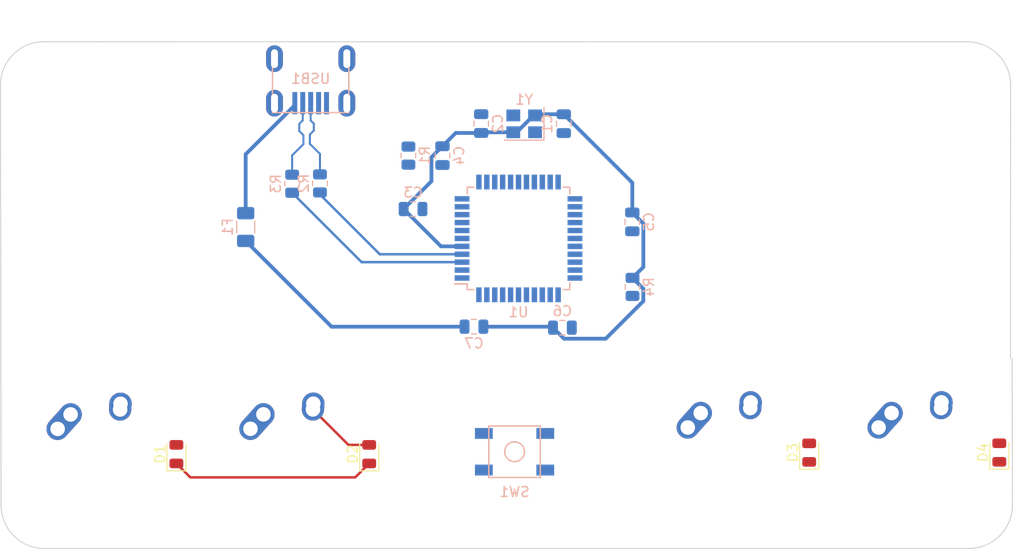
<source format=kicad_pcb>
(kicad_pcb (version 20221018) (generator pcbnew)
  (layers (0 "F.Cu" signal) (31 "B.Cu" signal) (34 "B.Paste" user) (35 "F.Paste" user) (36 "B.SilkS" user "B.Silkscreen") (37 "F.SilkS" user "F.Silkscreen") (38 "B.Mask" user) (39 "F.Mask" user) (44 "Edge.Cuts" user))
  (net 0 "")
  (net 1 "GND")
  (net 2 "Net-(U1-XTAL1)")
  (net 3 "Net-(U1-XTAL2)")
  (net 4 "Net-(U1-UCAP)")
  (net 5 "+5V")
  (net 6 "ROW0")
  (net 7 "Net-(D1-A)")
  (net 8 "Net-(D2-A)")
  (net 9 "ROW1")
  (net 10 "Net-(D3-A)")
  (net 11 "Net-(D4-A)")
  (net 12 "VCC")
  (net 13 "COL0")
  (net 14 "COL1")
  (net 15 "Net-(U1-~{RESET})")
  (net 16 "D+")
  (net 17 "Net-(U1-D+)")
  (net 18 "D-")
  (net 19 "Net-(U1-D-)")
  (net 20 "Net-(U1-~{HWB}{slash}PE2)")
  (net 27 "Net-(U1-GND-Pad15)")
  (net 33 "Net-(U1-AVCC-Pad24)")
  (footprint "MX_Alps_Hybrid:MX-1U-NoLED" (layer "F.Cu") (at 183.68 113.01)
    (fp_text reference "MX4")
    (fp_text value "MX-NoLED")
    (pad "" np_thru_hole circle (at -5.08 0 48.0996) (size 1.75 1.75) (drill 1.75) (layers "*.Cu" "*.Mask"))
    (pad "" np_thru_hole circle (at 0 0) (size 3.9878 3.9878) (drill 3.9878) (layers "*.Cu" "*.Mask"))
    (pad "" np_thru_hole circle (at 5.08 0 48.0996) (size 1.75 1.75) (drill 1.75) (layers "*.Cu" "*.Mask"))
    (pad "1" thru_hole oval (at -3.81 -2.54 48.0996) (size 4.211556 2.25) (drill 1.47 (offset 0.980778 0)) (layers "*.Cu" "B.Mask") (net 14 "COL1"))
    (pad "1" thru_hole circle (at -2.5 -4) (size 2.25 2.25) (drill 1.47) (layers "*.Cu" "B.Mask") (net 14 "COL1"))
    (pad "2" thru_hole oval (at 2.5 -4.5 86.0548) (size 2.831378 2.25) (drill 1.47 (offset 0.290689 0)) (layers "*.Cu" "B.Mask") (net 11 "Net-(D4-A)"))
    (pad "2" thru_hole circle (at 2.54 -5.08) (size 2.25 2.25) (drill 1.47) (layers "*.Cu" "B.Mask") (net 11 "Net-(D4-A)"))
  )
  (footprint "MX_Alps_Hybrid:MX-1U-NoLED" (layer "F.Cu") (at 120.25 113.1425)
    (fp_text reference "MX2")
    (fp_text value "MX-NoLED")
    (pad "" np_thru_hole circle (at -5.08 0 48.0996) (size 1.75 1.75) (drill 1.75) (layers "*.Cu" "*.Mask"))
    (pad "" np_thru_hole circle (at 0 0) (size 3.9878 3.9878) (drill 3.9878) (layers "*.Cu" "*.Mask"))
    (pad "" np_thru_hole circle (at 5.08 0 48.0996) (size 1.75 1.75) (drill 1.75) (layers "*.Cu" "*.Mask"))
    (pad "1" thru_hole oval (at -3.81 -2.54 48.0996) (size 4.211556 2.25) (drill 1.47 (offset 0.980778 0)) (layers "*.Cu" "B.Mask") (net 14 "COL1"))
    (pad "1" thru_hole circle (at -2.5 -4) (size 2.25 2.25) (drill 1.47) (layers "*.Cu" "B.Mask") (net 14 "COL1"))
    (pad "2" thru_hole oval (at 2.5 -4.5 86.0548) (size 2.831378 2.25) (drill 1.47 (offset 0.290689 0)) (layers "*.Cu" "B.Mask") (net 8 "Net-(D2-A)"))
    (pad "2" thru_hole circle (at 2.54 -5.08) (size 2.25 2.25) (drill 1.47) (layers "*.Cu" "B.Mask") (net 8 "Net-(D2-A)"))
  )
  (footprint "Diode_SMD:D_0805_2012Metric" (layer "F.Cu") (at 192.05875 112.99875 90)
    (fp_text reference "D4" (at 0 -1.65 90) (layer "F.SilkS"))
    (fp_text value "SOD-123")
    (fp_line (start -1.685 -0.96) (end -1.685 0.96) (stroke (width 0.12)) (layer "F.SilkS"))
    (fp_line (start -1.685 0.96) (end 1 0.96) (stroke (width 0.12)) (layer "F.SilkS"))
    (fp_line (start 1 -0.96) (end -1.685 -0.96) (stroke (width 0.12)) (layer "F.SilkS"))
    (pad "1" smd roundrect (at -0.9375 0 90) (size 0.975 1.4) (layers "F.Cu" "F.Paste" "F.Mask") (net 9 "ROW1"))
    (pad "2" smd roundrect (at 0.9375 0 90) (size 0.975 1.4) (layers "F.Cu" "F.Paste" "F.Mask") (net 11 "Net-(D4-A)"))
  )
  (footprint "MX_Alps_Hybrid:MX-1U-NoLED" (layer "F.Cu") (at 164.41 113.01)
    (fp_text reference "MX3")
    (fp_text value "MX-NoLED")
    (pad "" np_thru_hole circle (at -5.08 0 48.0996) (size 1.75 1.75) (drill 1.75) (layers "*.Cu" "*.Mask"))
    (pad "" np_thru_hole circle (at 0 0) (size 3.9878 3.9878) (drill 3.9878) (layers "*.Cu" "*.Mask"))
    (pad "" np_thru_hole circle (at 5.08 0 48.0996) (size 1.75 1.75) (drill 1.75) (layers "*.Cu" "*.Mask"))
    (pad "1" thru_hole oval (at -3.81 -2.54 48.0996) (size 4.211556 2.25) (drill 1.47 (offset 0.980778 0)) (layers "*.Cu" "B.Mask") (net 13 "COL0"))
    (pad "1" thru_hole circle (at -2.5 -4) (size 2.25 2.25) (drill 1.47) (layers "*.Cu" "B.Mask") (net 13 "COL0"))
    (pad "2" thru_hole oval (at 2.5 -4.5 86.0548) (size 2.831378 2.25) (drill 1.47 (offset 0.290689 0)) (layers "*.Cu" "B.Mask") (net 10 "Net-(D3-A)"))
    (pad "2" thru_hole circle (at 2.54 -5.08) (size 2.25 2.25) (drill 1.47) (layers "*.Cu" "B.Mask") (net 10 "Net-(D3-A)"))
  )
  (footprint "Diode_SMD:D_0805_2012Metric" (layer "F.Cu") (at 172.86125 113.00875 90)
    (fp_text reference "D3" (at 0 -1.65 90) (layer "F.SilkS"))
    (fp_text value "SOD-123")
    (fp_line (start -1.685 -0.96) (end -1.685 0.96) (stroke (width 0.12)) (layer "F.SilkS"))
    (fp_line (start -1.685 0.96) (end 1 0.96) (stroke (width 0.12)) (layer "F.SilkS"))
    (fp_line (start 1 -0.96) (end -1.685 -0.96) (stroke (width 0.12)) (layer "F.SilkS"))
    (pad "1" smd roundrect (at -0.9375 0 90) (size 0.975 1.4) (layers "F.Cu" "F.Paste" "F.Mask") (net 9 "ROW1"))
    (pad "2" smd roundrect (at 0.9375 0 90) (size 0.975 1.4) (layers "F.Cu" "F.Paste" "F.Mask") (net 10 "Net-(D3-A)"))
  )
  (footprint "MX_Alps_Hybrid:MX-1U-NoLED" (layer "F.Cu") (at 100.78 113.15)
    (fp_text reference "MX1")
    (fp_text value "MX-NoLED")
    (pad "" np_thru_hole circle (at -5.08 0 48.0996) (size 1.75 1.75) (drill 1.75) (layers "*.Cu" "*.Mask"))
    (pad "" np_thru_hole circle (at 0 0) (size 3.9878 3.9878) (drill 3.9878) (layers "*.Cu" "*.Mask"))
    (pad "" np_thru_hole circle (at 5.08 0 48.0996) (size 1.75 1.75) (drill 1.75) (layers "*.Cu" "*.Mask"))
    (pad "1" thru_hole oval (at -3.81 -2.54 48.0996) (size 4.211556 2.25) (drill 1.47 (offset 0.980778 0)) (layers "*.Cu" "B.Mask") (net 13 "COL0"))
    (pad "1" thru_hole circle (at -2.5 -4) (size 2.25 2.25) (drill 1.47) (layers "*.Cu" "B.Mask") (net 13 "COL0"))
    (pad "2" thru_hole oval (at 2.5 -4.5 86.0548) (size 2.831378 2.25) (drill 1.47 (offset 0.290689 0)) (layers "*.Cu" "B.Mask") (net 7 "Net-(D1-A)"))
    (pad "2" thru_hole circle (at 2.54 -5.08) (size 2.25 2.25) (drill 1.47) (layers "*.Cu" "B.Mask") (net 7 "Net-(D1-A)"))
  )
  (footprint "Diode_SMD:D_0805_2012Metric" (layer "F.Cu") (at 108.96 113.1625 90)
    (fp_text reference "D1" (at 0 -1.65 90) (layer "F.SilkS"))
    (fp_text value "SOD-123")
    (fp_line (start -1.685 -0.96) (end -1.685 0.96) (stroke (width 0.12)) (layer "F.SilkS"))
    (fp_line (start -1.685 0.96) (end 1 0.96) (stroke (width 0.12)) (layer "F.SilkS"))
    (fp_line (start 1 -0.96) (end -1.685 -0.96) (stroke (width 0.12)) (layer "F.SilkS"))
    (pad "1" smd roundrect (at -0.9375 0 90) (size 0.975 1.4) (layers "F.Cu" "F.Paste" "F.Mask") (net 6 "ROW0"))
    (pad "2" smd roundrect (at 0.9375 0 90) (size 0.975 1.4) (layers "F.Cu" "F.Paste" "F.Mask") (net 7 "Net-(D1-A)"))
  )
  (footprint "Diode_SMD:D_0805_2012Metric" (layer "F.Cu") (at 128.43 113.165 90)
    (fp_text reference "D2" (at 0 -1.65 90) (layer "F.SilkS"))
    (fp_text value "SOD-123")
    (fp_line (start -1.685 -0.96) (end -1.685 0.96) (stroke (width 0.12)) (layer "F.SilkS"))
    (fp_line (start -1.685 0.96) (end 1 0.96) (stroke (width 0.12)) (layer "F.SilkS"))
    (fp_line (start 1 -0.96) (end -1.685 -0.96) (stroke (width 0.12)) (layer "F.SilkS"))
    (pad "1" smd roundrect (at -0.9375 0 90) (size 0.975 1.4) (layers "F.Cu" "F.Paste" "F.Mask") (net 6 "ROW0"))
    (pad "2" smd roundrect (at 0.9375 0 90) (size 0.975 1.4) (layers "F.Cu" "F.Paste" "F.Mask") (net 8 "Net-(D2-A)"))
  )
  (footprint "Resistor_SMD:R_0805_2012Metric" (layer "B.Cu") (at 155.02 96.2575 90)
    (fp_text reference "R4" (at 0 1.65 90) (layer "B.SilkS") (effects (justify mirror)))
    (fp_text value "10k")
    (fp_line (start -0.227064 -0.735) (end 0.227064 -0.735) (stroke (width 0.12)) (layer "B.SilkS"))
    (fp_line (start -0.227064 0.735) (end 0.227064 0.735) (stroke (width 0.12)) (layer "B.SilkS"))
    (pad "1" smd roundrect (at -0.9125 0 90) (size 1.025 1.4) (layers "B.Cu" "B.Paste" "B.Mask") (roundrect_rratio 0.243902) (net 20 "Net-(U1-~{HWB}{slash}PE2)"))
    (pad "2" smd roundrect (at 0.9125 0 90) (size 1.025 1.4) (layers "B.Cu" "B.Paste" "B.Mask") (roundrect_rratio 0.243902) (net 1 "GND"))
  )
  (footprint "random-keyboard-parts:SKQG-1155865" (layer "B.Cu") (at 143.11 112.92 180)
    (fp_text reference "SW1" (at 0 -4.064) (layer "B.SilkS") (effects (justify mirror)))
    (fp_text value "SW_Push")
    (fp_line (start -2.6 -2.6) (end -2.6 2.6) (stroke (width 0.15)) (layer "B.SilkS"))
    (fp_line (start -2.6 2.6) (end 2.6 2.6) (stroke (width 0.15)) (layer "B.SilkS"))
    (fp_line (start 2.6 -2.6) (end -2.6 -2.6) (stroke (width 0.15)) (layer "B.SilkS"))
    (fp_line (start 2.6 2.6) (end 2.6 -2.6) (stroke (width 0.15)) (layer "B.SilkS"))
    (fp_circle (center 0 0) (end 1 0) (stroke (width 0.15)) (fill none) (layer "B.SilkS"))
    (pad "1" smd rect (at 3.1 -1.85 180) (size 1.8 1.1) (layers "B.Cu" "B.Paste" "B.Mask") (net 1 "GND"))
    (pad "2" smd rect (at -3.1 1.85 180) (size 1.8 1.1) (layers "B.Cu" "B.Paste" "B.Mask") (net 15 "Net-(U1-~{RESET})"))
    (pad "3" smd rect (at 3.1 1.85 180) (size 1.8 1.1) (layers "B.Cu" "B.Paste" "B.Mask"))
    (pad "4" smd rect (at -3.1 -1.85 180) (size 1.8 1.1) (layers "B.Cu" "B.Paste" "B.Mask"))
  )
  (footprint "Resistor_SMD:R_0805_2012Metric" (layer "B.Cu") (at 132.39 82.99 90)
    (fp_text reference "R1" (at 0 1.65 90) (layer "B.SilkS") (effects (justify mirror)))
    (fp_text value "10k")
    (fp_line (start -0.227064 -0.735) (end 0.227064 -0.735) (stroke (width 0.12)) (layer "B.SilkS"))
    (fp_line (start -0.227064 0.735) (end 0.227064 0.735) (stroke (width 0.12)) (layer "B.SilkS"))
    (pad "1" smd roundrect (at -0.9125 0 90) (size 1.025 1.4) (layers "B.Cu" "B.Paste" "B.Mask") (roundrect_rratio 0.243902) (net 5 "+5V"))
    (pad "2" smd roundrect (at 0.9125 0 90) (size 1.025 1.4) (layers "B.Cu" "B.Paste" "B.Mask") (roundrect_rratio 0.243902) (net 15 "Net-(U1-~{RESET})"))
  )
  (footprint "Capacitor_SMD:C_0805_2012Metric" (layer "B.Cu") (at 132.86 88.39 180)
    (fp_text reference "C3" (at 0 1.68) (layer "B.SilkS") (effects (justify mirror)))
    (fp_text value "1uF")
    (fp_line (start -0.261252 -0.735) (end 0.261252 -0.735) (stroke (width 0.12)) (layer "B.SilkS"))
    (fp_line (start -0.261252 0.735) (end 0.261252 0.735) (stroke (width 0.12)) (layer "B.SilkS"))
    (pad "1" smd roundrect (at -0.95 0 180) (size 1 1.45) (layers "B.Cu" "B.Paste" "B.Mask") (net 4 "Net-(U1-UCAP)"))
    (pad "2" smd roundrect (at 0.95 0 180) (size 1 1.45) (layers "B.Cu" "B.Paste" "B.Mask") (net 1 "GND"))
  )
  (footprint "Package_QFP:TQFP-44_10x10mm_P0.8mm" (layer "B.Cu") (at 143.51 91.36)
    (fp_text reference "U1" (at 0 7.45) (layer "B.SilkS") (effects (justify mirror)))
    (fp_text value "ATmega32U4-A")
    (fp_line (start -5.175 -5.175) (end -5.175 -4.5) (stroke (width 0.15)) (layer "B.SilkS"))
    (fp_line (start -5.175 -5.175) (end -4.5 -5.175) (stroke (width 0.15)) (layer "B.SilkS"))
    (fp_line (start -5.175 4.6) (end -6.45 4.6) (stroke (width 0.15)) (layer "B.SilkS"))
    (fp_line (start -5.175 5.175) (end -5.175 4.6) (stroke (width 0.15)) (layer "B.SilkS"))
    (fp_line (start -5.175 5.175) (end -4.5 5.175) (stroke (width 0.15)) (layer "B.SilkS"))
    (fp_line (start 5.175 -5.175) (end 4.5 -5.175) (stroke (width 0.15)) (layer "B.SilkS"))
    (fp_line (start 5.175 -5.175) (end 5.175 -4.5) (stroke (width 0.15)) (layer "B.SilkS"))
    (fp_line (start 5.175 5.175) (end 4.5 5.175) (stroke (width 0.15)) (layer "B.SilkS"))
    (fp_line (start 5.175 5.175) (end 5.175 4.5) (stroke (width 0.15)) (layer "B.SilkS"))
    (pad "1" smd rect (at -5.7 4) (size 1.5 0.55) (layers "B.Cu" "B.Paste" "B.Mask"))
    (pad "2" smd rect (at -5.7 3.2) (size 1.5 0.55) (layers "B.Cu" "B.Paste" "B.Mask") (net 5 "+5V"))
    (pad "3" smd rect (at -5.7 2.4) (size 1.5 0.55) (layers "B.Cu" "B.Paste" "B.Mask") (net 19 "Net-(U1-D-)"))
    (pad "4" smd rect (at -5.7 1.6) (size 1.5 0.55) (layers "B.Cu" "B.Paste" "B.Mask") (net 17 "Net-(U1-D+)"))
    (pad "5" smd rect (at -5.7 0.8) (size 1.5 0.55) (layers "B.Cu" "B.Paste" "B.Mask") (net 1 "GND"))
    (pad "6" smd rect (at -5.7 0) (size 1.5 0.55) (layers "B.Cu" "B.Paste" "B.Mask") (net 4 "Net-(U1-UCAP)"))
    (pad "7" smd rect (at -5.7 -0.8) (size 1.5 0.55) (layers "B.Cu" "B.Paste" "B.Mask") (net 5 "+5V"))
    (pad "8" smd rect (at -5.7 -1.6) (size 1.5 0.55) (layers "B.Cu" "B.Paste" "B.Mask"))
    (pad "9" smd rect (at -5.7 -2.4) (size 1.5 0.55) (layers "B.Cu" "B.Paste" "B.Mask"))
    (pad "10" smd rect (at -5.7 -3.2) (size 1.5 0.55) (layers "B.Cu" "B.Paste" "B.Mask"))
    (pad "11" smd rect (at -5.7 -4) (size 1.5 0.55) (layers "B.Cu" "B.Paste" "B.Mask"))
    (pad "12" smd rect (at -4 -5.7 270) (size 1.5 0.55) (layers "B.Cu" "B.Paste" "B.Mask"))
    (pad "13" smd rect (at -3.2 -5.7 270) (size 1.5 0.55) (layers "B.Cu" "B.Paste" "B.Mask") (net 15 "Net-(U1-~{RESET})"))
    (pad "14" smd rect (at -2.4 -5.7 270) (size 1.5 0.55) (layers "B.Cu" "B.Paste" "B.Mask") (net 5 "+5V"))
    (pad "15" smd rect (at -1.6 -5.7 270) (size 1.5 0.55) (layers "B.Cu" "B.Paste" "B.Mask") (net 27 "Net-(U1-GND-Pad15)"))
    (pad "16" smd rect (at -0.8 -5.7 270) (size 1.5 0.55) (layers "B.Cu" "B.Paste" "B.Mask") (net 3 "Net-(U1-XTAL2)"))
    (pad "17" smd rect (at 0 -5.7 270) (size 1.5 0.55) (layers "B.Cu" "B.Paste" "B.Mask") (net 2 "Net-(U1-XTAL1)"))
    (pad "18" smd rect (at 0.8 -5.7 270) (size 1.5 0.55) (layers "B.Cu" "B.Paste" "B.Mask"))
    (pad "19" smd rect (at 1.6 -5.7 270) (size 1.5 0.55) (layers "B.Cu" "B.Paste" "B.Mask"))
    (pad "20" smd rect (at 2.4 -5.7 270) (size 1.5 0.55) (layers "B.Cu" "B.Paste" "B.Mask"))
    (pad "21" smd rect (at 3.2 -5.7 270) (size 1.5 0.55) (layers "B.Cu" "B.Paste" "B.Mask"))
    (pad "22" smd rect (at 4 -5.7 270) (size 1.5 0.55) (layers "B.Cu" "B.Paste" "B.Mask"))
    (pad "23" smd rect (at 5.7 -4) (size 1.5 0.55) (layers "B.Cu" "B.Paste" "B.Mask") (net 27 "Net-(U1-GND-Pad15)"))
    (pad "24" smd rect (at 5.7 -3.2) (size 1.5 0.55) (layers "B.Cu" "B.Paste" "B.Mask") (net 33 "Net-(U1-AVCC-Pad24)"))
    (pad "25" smd rect (at 5.7 -2.4) (size 1.5 0.55) (layers "B.Cu" "B.Paste" "B.Mask"))
    (pad "26" smd rect (at 5.7 -1.6) (size 1.5 0.55) (layers "B.Cu" "B.Paste" "B.Mask"))
    (pad "27" smd rect (at 5.7 -0.8) (size 1.5 0.55) (layers "B.Cu" "B.Paste" "B.Mask") (net 6 "ROW0"))
    (pad "28" smd rect (at 5.7 0) (size 1.5 0.55) (layers "B.Cu" "B.Paste" "B.Mask") (net 14 "COL1"))
    (pad "29" smd rect (at 5.7 0.8) (size 1.5 0.55) (layers "B.Cu" "B.Paste" "B.Mask") (net 13 "COL0"))
    (pad "30" smd rect (at 5.7 1.6) (size 1.5 0.55) (layers "B.Cu" "B.Paste" "B.Mask") (net 9 "ROW1"))
    (pad "31" smd rect (at 5.7 2.4) (size 1.5 0.55) (layers "B.Cu" "B.Paste" "B.Mask"))
    (pad "32" smd rect (at 5.7 3.2) (size 1.5 0.55) (layers "B.Cu" "B.Paste" "B.Mask"))
    (pad "33" smd rect (at 5.7 4) (size 1.5 0.55) (layers "B.Cu" "B.Paste" "B.Mask") (net 20 "Net-(U1-~{HWB}{slash}PE2)"))
    (pad "34" smd rect (at 4 5.7 270) (size 1.5 0.55) (layers "B.Cu" "B.Paste" "B.Mask") (net 5 "+5V"))
    (pad "35" smd rect (at 3.2 5.7 270) (size 1.5 0.55) (layers "B.Cu" "B.Paste" "B.Mask") (net 27 "Net-(U1-GND-Pad15)"))
    (pad "36" smd rect (at 2.4 5.7 270) (size 1.5 0.55) (layers "B.Cu" "B.Paste" "B.Mask"))
    (pad "37" smd rect (at 1.6 5.7 270) (size 1.5 0.55) (layers "B.Cu" "B.Paste" "B.Mask"))
    (pad "38" smd rect (at 0.8 5.7 270) (size 1.5 0.55) (layers "B.Cu" "B.Paste" "B.Mask"))
    (pad "39" smd rect (at 0 5.7 270) (size 1.5 0.55) (layers "B.Cu" "B.Paste" "B.Mask"))
    (pad "40" smd rect (at -0.8 5.7 270) (size 1.5 0.55) (layers "B.Cu" "B.Paste" "B.Mask"))
    (pad "41" smd rect (at -1.6 5.7 270) (size 1.5 0.55) (layers "B.Cu" "B.Paste" "B.Mask"))
    (pad "42" smd rect (at -2.4 5.7 270) (size 1.5 0.55) (layers "B.Cu" "B.Paste" "B.Mask"))
    (pad "43" smd rect (at -3.2 5.7 270) (size 1.5 0.55) (layers "B.Cu" "B.Paste" "B.Mask") (net 27 "Net-(U1-GND-Pad15)"))
    (pad "44" smd rect (at -4 5.7 270) (size 1.5 0.55) (layers "B.Cu" "B.Paste" "B.Mask") (net 33 "Net-(U1-AVCC-Pad24)"))
  )
  (footprint "Capacitor_SMD:C_0805_2012Metric" (layer "B.Cu") (at 135.83 82.99 90)
    (fp_text reference "C4" (at 0 1.68 90) (layer "B.SilkS") (effects (justify mirror)))
    (fp_text value "0.1uF")
    (fp_line (start -0.261252 -0.735) (end 0.261252 -0.735) (stroke (width 0.12)) (layer "B.SilkS"))
    (fp_line (start -0.261252 0.735) (end 0.261252 0.735) (stroke (width 0.12)) (layer "B.SilkS"))
    (pad "1" smd roundrect (at -0.95 0 90) (size 1 1.45) (layers "B.Cu" "B.Paste" "B.Mask") (net 5 "+5V"))
    (pad "2" smd roundrect (at 0.95 0 90) (size 1 1.45) (layers "B.Cu" "B.Paste" "B.Mask") (net 1 "GND"))
  )
  (footprint "Resistor_SMD:R_0805_2012Metric" (layer "B.Cu") (at 120.65 85.83 -90)
    (fp_text reference "R3" (at 0 1.65 90) (layer "B.SilkS") (effects (justify mirror)))
    (fp_text value "22")
    (fp_line (start -0.227064 -0.735) (end 0.227064 -0.735) (stroke (width 0.12)) (layer "B.SilkS"))
    (fp_line (start -0.227064 0.735) (end 0.227064 0.735) (stroke (width 0.12)) (layer "B.SilkS"))
    (pad "1" smd roundrect (at -0.9125 0 270) (size 1.025 1.4) (layers "B.Cu" "B.Paste" "B.Mask") (roundrect_rratio 0.243902) (net 18 "D-"))
    (pad "2" smd roundrect (at 0.9125 0 270) (size 1.025 1.4) (layers "B.Cu" "B.Paste" "B.Mask") (roundrect_rratio 0.243902) (net 19 "Net-(U1-D-)"))
  )
  (footprint "Capacitor_SMD:C_0805_2012Metric" (layer "B.Cu") (at 147.94 100.38 180)
    (fp_text reference "C6" (at 0 1.68) (layer "B.SilkS") (effects (justify mirror)))
    (fp_text value "0.1uF")
    (fp_line (start -0.261252 -0.735) (end 0.261252 -0.735) (stroke (width 0.12)) (layer "B.SilkS"))
    (fp_line (start -0.261252 0.735) (end 0.261252 0.735) (stroke (width 0.12)) (layer "B.SilkS"))
    (pad "1" smd roundrect (at -0.95 0 180) (size 1 1.45) (layers "B.Cu" "B.Paste" "B.Mask") (net 5 "+5V"))
    (pad "2" smd roundrect (at 0.95 0 180) (size 1 1.45) (layers "B.Cu" "B.Paste" "B.Mask") (net 1 "GND"))
  )
  (footprint "Resistor_SMD:R_0805_2012Metric" (layer "B.Cu") (at 123.46 85.8 -90)
    (fp_text reference "R2" (at 0 1.65 90) (layer "B.SilkS") (effects (justify mirror)))
    (fp_text value "22")
    (fp_line (start -0.227064 -0.735) (end 0.227064 -0.735) (stroke (width 0.12)) (layer "B.SilkS"))
    (fp_line (start -0.227064 0.735) (end 0.227064 0.735) (stroke (width 0.12)) (layer "B.SilkS"))
    (pad "1" smd roundrect (at -0.9125 0 270) (size 1.025 1.4) (layers "B.Cu" "B.Paste" "B.Mask") (roundrect_rratio 0.243902) (net 16 "D+"))
    (pad "2" smd roundrect (at 0.9125 0 270) (size 1.025 1.4) (layers "B.Cu" "B.Paste" "B.Mask") (roundrect_rratio 0.243902) (net 17 "Net-(U1-D+)"))
  )
  (footprint "random-keyboard-parts:Molex-0548190589" (layer "B.Cu") (at 122.52 73.19 -90)
    (fp_text reference "USB1" (at 2.032 0 -360) (layer "B.SilkS") (effects (justify mirror)))
    (fp_text value "Molex-0548190589")
    (fp_line (start 0 -3.85) (end 5.45 -3.85) (stroke (width 0.15)) (layer "B.SilkS"))
    (fp_line (start 0 3.85) (end 5.45 3.85) (stroke (width 0.15)) (layer "B.SilkS"))
    (fp_line (start 5.45 3.85) (end 5.45 -3.85) (stroke (width 0.15)) (layer "B.SilkS"))
    (pad "1" smd rect (at 4.5 -1.6 270) (size 2.25 0.5) (layers "B.Cu" "B.Paste" "B.Mask") (net 1 "GND"))
    (pad "2" smd rect (at 4.5 -0.8 270) (size 2.25 0.5) (layers "B.Cu" "B.Paste" "B.Mask"))
    (pad "3" smd rect (at 4.5 0 270) (size 2.25 0.5) (layers "B.Cu" "B.Paste" "B.Mask") (net 16 "D+"))
    (pad "4" smd rect (at 4.5 0.8 270) (size 2.25 0.5) (layers "B.Cu" "B.Paste" "B.Mask") (net 18 "D-"))
    (pad "5" smd rect (at 4.5 1.6 270) (size 2.25 0.5) (layers "B.Cu" "B.Paste" "B.Mask") (net 12 "VCC"))
    (pad "6" thru_hole oval (at 0 -3.65 270) (size 2.7 1.7) (drill oval 1.9 0.7) (layers "*.Cu" "*.Mask"))
    (pad "6" thru_hole oval (at 0 3.65 270) (size 2.7 1.7) (drill oval 1.9 0.7) (layers "*.Cu" "*.Mask"))
    (pad "6" thru_hole oval (at 4.5 -3.65 270) (size 2.7 1.7) (drill oval 1.9 0.7) (layers "*.Cu" "*.Mask"))
    (pad "6" thru_hole oval (at 4.5 3.65 270) (size 2.7 1.7) (drill oval 1.9 0.7) (layers "*.Cu" "*.Mask"))
  )
  (footprint "Fuse:Fuse_1206_3216Metric" (layer "B.Cu") (at 115.96 90.21 -90)
    (fp_text reference "F1" (at 0 1.82 90) (layer "B.SilkS") (effects (justify mirror)))
    (fp_text value "500mA")
    (fp_line (start -0.602064 -0.91) (end 0.602064 -0.91) (stroke (width 0.12)) (layer "B.SilkS"))
    (fp_line (start -0.602064 0.91) (end 0.602064 0.91) (stroke (width 0.12)) (layer "B.SilkS"))
    (pad "1" smd roundrect (at -1.4 0 270) (size 1.25 1.75) (layers "B.Cu" "B.Paste" "B.Mask") (roundrect_rratio 0.2) (net 12 "VCC"))
    (pad "2" smd roundrect (at 1.4 0 270) (size 1.25 1.75) (layers "B.Cu" "B.Paste" "B.Mask") (roundrect_rratio 0.2) (net 5 "+5V"))
  )
  (footprint "Capacitor_SMD:C_0805_2012Metric" (layer "B.Cu") (at 139.01 100.28)
    (fp_text reference "C7" (at 0 1.68) (layer "B.SilkS") (effects (justify mirror)))
    (fp_text value "10uF")
    (fp_line (start -0.261252 -0.735) (end 0.261252 -0.735) (stroke (width 0.12)) (layer "B.SilkS"))
    (fp_line (start -0.261252 0.735) (end 0.261252 0.735) (stroke (width 0.12)) (layer "B.SilkS"))
    (pad "1" smd roundrect (at -0.95 0) (size 1 1.45) (layers "B.Cu" "B.Paste" "B.Mask") (net 5 "+5V"))
    (pad "2" smd roundrect (at 0.95 0) (size 1 1.45) (layers "B.Cu" "B.Paste" "B.Mask") (net 1 "GND"))
  )
  (footprint "Capacitor_SMD:C_0805_2012Metric" (layer "B.Cu") (at 139.74 79.75 90)
    (fp_text reference "C2" (at 0 1.68 90) (layer "B.SilkS") (effects (justify mirror)))
    (fp_text value "22pF")
    (fp_line (start -0.261252 -0.735) (end 0.261252 -0.735) (stroke (width 0.12)) (layer "B.SilkS"))
    (fp_line (start -0.261252 0.735) (end 0.261252 0.735) (stroke (width 0.12)) (layer "B.SilkS"))
    (pad "1" smd roundrect (at -0.95 0 90) (size 1 1.45) (layers "B.Cu" "B.Paste" "B.Mask") (net 1 "GND"))
    (pad "2" smd roundrect (at 0.95 0 90) (size 1 1.45) (layers "B.Cu" "B.Paste" "B.Mask") (net 3 "Net-(U1-XTAL2)"))
  )
  (footprint "Capacitor_SMD:C_0805_2012Metric" (layer "B.Cu") (at 148.08 79.76 -90)
    (fp_text reference "C1" (at 0 1.68 90) (layer "B.SilkS") (effects (justify mirror)))
    (fp_text value "22pF")
    (fp_line (start -0.261252 -0.735) (end 0.261252 -0.735) (stroke (width 0.12)) (layer "B.SilkS"))
    (fp_line (start -0.261252 0.735) (end 0.261252 0.735) (stroke (width 0.12)) (layer "B.SilkS"))
    (pad "1" smd roundrect (at -0.95 0 270) (size 1 1.45) (layers "B.Cu" "B.Paste" "B.Mask") (net 1 "GND"))
    (pad "2" smd roundrect (at 0.95 0 270) (size 1 1.45) (layers "B.Cu" "B.Paste" "B.Mask") (net 2 "Net-(U1-XTAL1)"))
  )
  (footprint "Crystal:Crystal_SMD_3225-4Pin_3.2x2.5mm" (layer "B.Cu") (at 144.08 79.78 180)
    (fp_text reference "Y1" (at 0 2.45) (layer "B.SilkS") (effects (justify mirror)))
    (fp_text value "16MHz")
    (fp_line (start -2 -1.65) (end 2 -1.65) (stroke (width 0.12)) (layer "B.SilkS"))
    (fp_line (start -2 1.65) (end -2 -1.65) (stroke (width 0.12)) (layer "B.SilkS"))
    (pad "1" smd rect (at -1.1 -0.85 180) (size 1.4 1.2) (layers "B.Cu" "B.Paste" "B.Mask") (net 2 "Net-(U1-XTAL1)"))
    (pad "2" smd rect (at 1.1 -0.85 180) (size 1.4 1.2) (layers "B.Cu" "B.Paste" "B.Mask") (net 1 "GND"))
    (pad "3" smd rect (at 1.1 0.85 180) (size 1.4 1.2) (layers "B.Cu" "B.Paste" "B.Mask") (net 3 "Net-(U1-XTAL2)"))
    (pad "4" smd rect (at -1.1 0.85 180) (size 1.4 1.2) (layers "B.Cu" "B.Paste" "B.Mask") (net 1 "GND"))
  )
  (footprint "Capacitor_SMD:C_0805_2012Metric" (layer "B.Cu") (at 155 89.69 90)
    (fp_text reference "C5" (at 0 1.68 90) (layer "B.SilkS") (effects (justify mirror)))
    (fp_text value "0.1uF")
    (fp_line (start -0.261252 -0.735) (end 0.261252 -0.735) (stroke (width 0.12)) (layer "B.SilkS"))
    (fp_line (start -0.261252 0.735) (end 0.261252 0.735) (stroke (width 0.12)) (layer "B.SilkS"))
    (pad "1" smd roundrect (at -0.95 0 90) (size 1 1.45) (layers "B.Cu" "B.Paste" "B.Mask") (net 5 "+5V"))
    (pad "2" smd roundrect (at 0.95 0 90) (size 1 1.45) (layers "B.Cu" "B.Paste" "B.Mask") (net 1 "GND"))
  )
  (gr_line (start 193.19 103.48) (end 193.202872 75.867128) (stroke (width 0.1)) (layer "Edge.Cuts"))
  (gr_arc (start 193.382872 118.312872) (mid 192.1 121.41) (end 189.002872 122.692872) (stroke (width 0.1)) (layer "Edge.Cuts"))
  (gr_line (start 95.637128 122.702872) (end 189.002872 122.692872) (stroke (width 0.1)) (layer "Edge.Cuts"))
  (gr_line (start 193.382872 118.312872) (end 193.359801 103.47) (stroke (width 0.1)) (layer "Edge.Cuts"))
  (gr_line (start 188.822872 71.487128) (end 101.14 71.48) (stroke (width 0.1)) (layer "Edge.Cuts"))
  (gr_line (start 101.14 71.48) (end 95.54 71.48) (stroke (width 0.1)) (layer "Edge.Cuts"))
  (gr_arc (start 91.199843 75.857128) (mid 92.468821 72.775074) (end 95.54 71.48) (stroke (width 0.1)) (layer "Edge.Cuts"))
  (gr_arc (start 95.637128 122.702872) (mid 92.54 121.42) (end 91.257128 118.322872) (stroke (width 0.1)) (layer "Edge.Cuts"))
  (gr_line (start 91.199843 75.857128) (end 91.257128 118.322872) (stroke (width 0.1)) (layer "Edge.Cuts"))
  (gr_arc (start 188.822872 71.487128) (mid 191.92 72.77) (end 193.202872 75.867128) (stroke (width 0.1)) (layer "Edge.Cuts"))
  (segment (start 152.312804 101.4955) (end 148.1055 101.4955) (width 0.381) (layer "B.Cu") (net 1))
  (segment (start 145.3 78.81) (end 145.18 78.93) (width 0.381) (layer "B.Cu") (net 1))
  (segment (start 145.02775 78.93) (end 143.32775 80.63) (width 0.381) (layer "B.Cu") (net 1))
  (segment (start 135.83 82.04) (end 134.7145 83.1555) (width 0.381) (layer "B.Cu") (net 1))
  (segment (start 155 88.74) (end 155 85.73) (width 0.381) (layer "B.Cu") (net 1))
  (segment (start 135.68 92.16) (end 137.81 92.16) (width 0.381) (layer "B.Cu") (net 1))
  (segment (start 145.18 78.93) (end 145.02775 78.93) (width 0.381) (layer "B.Cu") (net 1))
  (segment (start 156.1105 97.697804) (end 152.312804 101.4955) (width 0.381) (layer "B.Cu") (net 1))
  (segment (start 134.7145 85.5855) (end 131.91 88.39) (width 0.381) (layer "B.Cu") (net 1))
  (segment (start 148.1055 101.4955) (end 146.99 100.38) (width 0.381) (layer "B.Cu") (net 1))
  (segment (start 137.17 80.7) (end 135.83 82.04) (width 0.381) (layer "B.Cu") (net 1))
  (segment (start 148.08 78.81) (end 145.3 78.81) (width 0.381) (layer "B.Cu") (net 1))
  (segment (start 143.32775 80.63) (end 142.98 80.63) (width 0.381) (layer "B.Cu") (net 1))
  (segment (start 156.1155 89.8555) (end 155 88.74) (width 0.381) (layer "B.Cu") (net 1))
  (segment (start 156.1105 96.4355) (end 156.1105 97.697804) (width 0.381) (layer "B.Cu") (net 1))
  (segment (start 156.1155 94.2495) (end 156.1155 89.8555) (width 0.381) (layer "B.Cu") (net 1))
  (segment (start 155 85.73) (end 148.08 78.81) (width 0.381) (layer "B.Cu") (net 1))
  (segment (start 134.7145 83.1555) (end 134.7145 85.5855) (width 0.381) (layer "B.Cu") (net 1))
  (segment (start 146.89 100.28) (end 146.99 100.38) (width 0.381) (layer "B.Cu") (net 1))
  (segment (start 139.74 80.7) (end 137.17 80.7) (width 0.381) (layer "B.Cu") (net 1))
  (segment (start 139.96 100.28) (end 146.89 100.28) (width 0.381) (layer "B.Cu") (net 1))
  (segment (start 155.02 95.345) (end 156.1155 94.2495) (width 0.381) (layer "B.Cu") (net 1))
  (segment (start 155.02 95.345) (end 156.1105 96.4355) (width 0.381) (layer "B.Cu") (net 1))
  (segment (start 142.98 80.63) (end 139.81 80.63) (width 0.381) (layer "B.Cu") (net 1))
  (segment (start 131.91 88.39) (end 135.68 92.16) (width 0.381) (layer "B.Cu") (net 1))
  (segment (start 139.81 80.63) (end 139.74 80.7) (width 0.381) (layer "B.Cu") (net 1))
  (segment (start 124.63 100.28) (end 138.06 100.28) (width 0.381) (layer "B.Cu") (net 5))
  (segment (start 115.96 91.61) (end 124.63 100.28) (width 0.381) (layer "B.Cu") (net 5))
  (segment (start 110.3714 115.5114) (end 108.96 114.1) (width 0.25) (layer "F.Cu") (net 6))
  (segment (start 128.43 114.1025) (end 127.0211 115.5114) (width 0.25) (layer "F.Cu") (net 6))
  (segment (start 127.0211 115.5114) (end 110.3714 115.5114) (width 0.25) (layer "F.Cu") (net 6))
  (segment (start 126.335 112.2275) (end 122.75 108.6425) (width 0.25) (layer "F.Cu") (net 8))
  (segment (start 128.43 112.2275) (end 126.335 112.2275) (width 0.25) (layer "F.Cu") (net 8))
  (segment (start 115.96 88.81) (end 115.96 82.853893) (width 0.381) (layer "B.Cu") (net 12))
  (segment (start 120.92 77.893893) (end 120.92 77.69) (width 0.381) (layer "B.Cu") (net 12))
  (segment (start 115.96 82.853893) (end 120.92 77.893893) (width 0.381) (layer "B.Cu") (net 12))
  (segment (start 122.84 80.45) (end 122.44 80.85) (width 0.2) (layer "B.Cu") (net 16))
  (segment (start 122.84 79.76) (end 122.84 80.45) (width 0.2) (layer "B.Cu") (net 16))
  (segment (start 122.52 79.44) (end 122.84 79.76) (width 0.2) (layer "B.Cu") (net 16))
  (segment (start 123.46 82.82) (end 123.46 84.8875) (width 0.2) (layer "B.Cu") (net 16))
  (segment (start 122.52 77.69) (end 122.52 79.44) (width 0.2) (layer "B.Cu") (net 16))
  (segment (start 122.44 81.8) (end 123.46 82.82) (width 0.2) (layer "B.Cu") (net 16))
  (segment (start 122.44 80.85) (end 122.44 81.8) (width 0.2) (layer "B.Cu") (net 16))
  (segment (start 123.2525 86.7125) (end 129.5 92.96) (width 0.25) (layer "B.Cu") (net 17))
  (segment (start 129.5 92.96) (end 137.81 92.96) (width 0.25) (layer "B.Cu") (net 17))
  (segment (start 123.46 86.7125) (end 123.2525 86.7125) (width 0.25) (layer "B.Cu") (net 17))
  (segment (start 121.37 80.51) (end 121.79 80.93) (width 0.2) (layer "B.Cu") (net 18))
  (segment (start 121.79 81.83) (end 120.65 82.97) (width 0.2) (layer "B.Cu") (net 18))
  (segment (start 120.65 82.97) (end 120.65 84.9175) (width 0.2) (layer "B.Cu") (net 18))
  (segment (start 121.72 77.69) (end 121.72 79.43) (width 0.2) (layer "B.Cu") (net 18))
  (segment (start 121.72 79.43) (end 121.37 79.78) (width 0.2) (layer "B.Cu") (net 18))
  (segment (start 121.37 79.78) (end 121.37 80.51) (width 0.2) (layer "B.Cu") (net 18))
  (segment (start 121.79 80.93) (end 121.79 81.83) (width 0.2) (layer "B.Cu") (net 18))
  (segment (start 127.6675 93.76) (end 137.81 93.76) (width 0.25) (layer "B.Cu") (net 19))
  (segment (start 120.65 86.7425) (end 127.6675 93.76) (width 0.25) (layer "B.Cu") (net 19))
)
</source>
